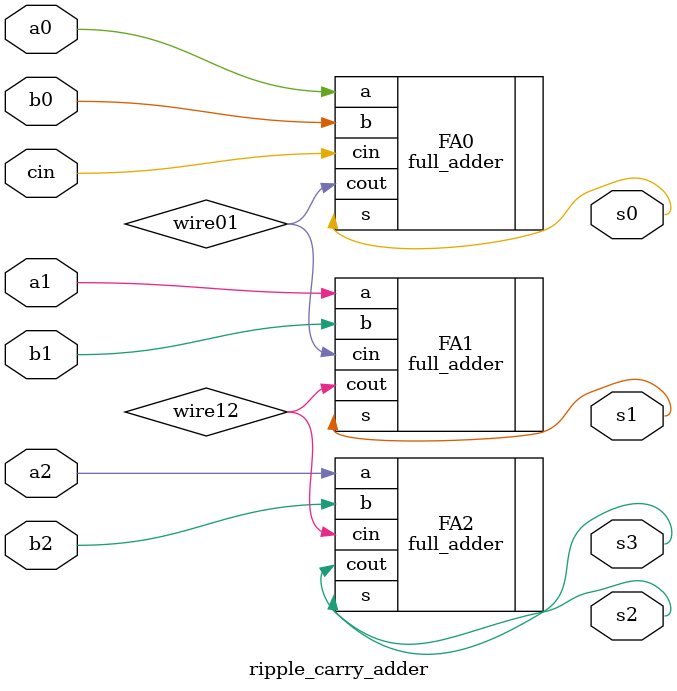
<source format=v>
`timescale 1ns / 1ps

//
// 3-bit output is s3s2s1
//
module ripple_carry_adder(
    input cin, // carry in for adder 0
    input a0,
    input a1,
    input a2,
    input b0,
    input b1,
    input b2,
    output s3, // sum bit 3
    output s2, // sum bit 2
    output s1, // sum bit 1
    output s0  // sum bit 0
    );
    
    // wires to go from adders 0 and 1 and from 1 to 2
    wire wire01, wire12;
    
    // to create a 3-bit adder, 3 full adders are needed.
    full_adder FA0 (.a(a0), .b(b0), .cin(cin), .s(s0), .cout(wire01));
    full_adder FA1 (.a(a1), .b(b1), .cin(wire01), .s(s1), .cout(wire12));
    full_adder FA2 (.a(a2), .b(b2), .cin(wire12), .s(s2), .cout(s3));
    
endmodule


</source>
